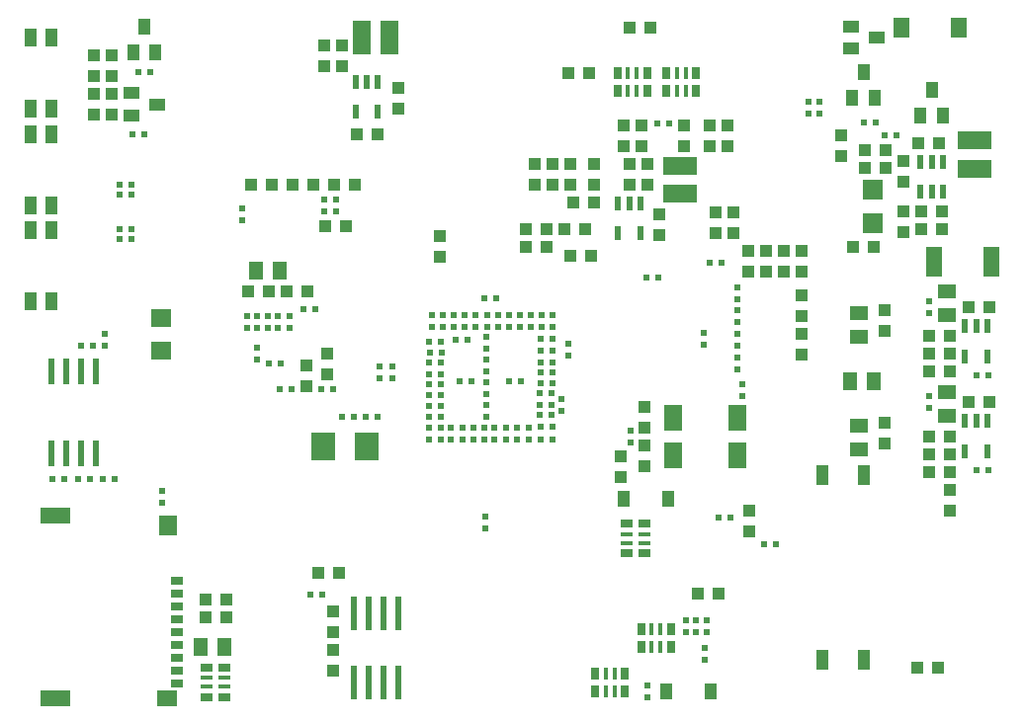
<source format=gbr>
G75*
G70*
%OFA0B0*%
%FSLAX24Y24*%
%IPPOS*%
%LPD*%
%AMOC8*
5,1,8,0,0,1.08239X$1,22.5*
%
%ADD10R,0.0240X0.0230*%
%ADD11R,0.0230X0.0240*%
%ADD12R,0.0500X0.0600*%
%ADD13R,0.0400X0.0400*%
%ADD14R,0.0400X0.0150*%
%ADD15R,0.0400X0.0250*%
%ADD16R,0.0217X0.0472*%
%ADD17R,0.0630X0.1181*%
%ADD18R,0.0394X0.0551*%
%ADD19R,0.0600X0.0500*%
%ADD20R,0.1181X0.0630*%
%ADD21R,0.0700X0.0650*%
%ADD22R,0.0571X0.0709*%
%ADD23R,0.0571X0.1024*%
%ADD24R,0.0240X0.1150*%
%ADD25R,0.0709X0.0630*%
%ADD26R,0.0150X0.0400*%
%ADD27R,0.0250X0.0400*%
%ADD28R,0.0827X0.0945*%
%ADD29R,0.0400X0.0600*%
%ADD30R,0.0551X0.0394*%
%ADD31R,0.0984X0.0531*%
%ADD32R,0.0610X0.0689*%
%ADD33R,0.0669X0.0531*%
%ADD34R,0.0437X0.0276*%
%ADD35R,0.0630X0.0866*%
%ADD36R,0.0400X0.0700*%
%ADD37R,0.0236X0.0866*%
D10*
X015804Y013382D03*
X016204Y013382D03*
X019784Y018632D03*
X019784Y019012D03*
X019784Y019372D03*
X019784Y019752D03*
X019784Y020132D03*
X019784Y020482D03*
X019784Y020832D03*
X019784Y021212D03*
X019844Y021562D03*
X019784Y021912D03*
X020184Y021912D03*
X020244Y021562D03*
X020184Y021212D03*
X020184Y020832D03*
X020184Y020482D03*
X020184Y020132D03*
X020184Y019752D03*
X020184Y019372D03*
X020184Y019012D03*
X020184Y018632D03*
X020834Y020582D03*
X021234Y020582D03*
X022514Y020582D03*
X022914Y020582D03*
X023564Y020522D03*
X023564Y020872D03*
X023564Y021222D03*
X023564Y021612D03*
X023564Y022012D03*
X023964Y022012D03*
X023964Y021612D03*
X023964Y021222D03*
X023964Y020872D03*
X023964Y020522D03*
X023924Y020172D03*
X023924Y019792D03*
X023924Y019442D03*
X023964Y019052D03*
X023564Y019052D03*
X023524Y019442D03*
X023524Y019792D03*
X023524Y020172D03*
X023564Y018632D03*
X023964Y018632D03*
X021104Y021982D03*
X020704Y021982D03*
X021674Y023392D03*
X022074Y023392D03*
X018054Y019382D03*
X017654Y019382D03*
X017254Y019382D03*
X016854Y019382D03*
X016554Y020332D03*
X016154Y020332D03*
X015174Y020332D03*
X014774Y020332D03*
X014804Y021182D03*
X014404Y021182D03*
X015554Y023032D03*
X015954Y023032D03*
X016254Y026332D03*
X016254Y026732D03*
X016654Y026732D03*
X016654Y026332D03*
X010204Y028932D03*
X009804Y028932D03*
X009754Y027232D03*
X009754Y026882D03*
X009354Y026882D03*
X009354Y027232D03*
X009354Y025732D03*
X009354Y025382D03*
X009754Y025382D03*
X009754Y025732D03*
X008454Y021782D03*
X008054Y021782D03*
X007954Y017282D03*
X008354Y017282D03*
X008804Y017282D03*
X009204Y017282D03*
X007504Y017282D03*
X007104Y017282D03*
X010004Y031032D03*
X010404Y031032D03*
X027129Y024082D03*
X027529Y024082D03*
X029279Y024582D03*
X029679Y024582D03*
X027904Y029282D03*
X027504Y029282D03*
X034454Y029332D03*
X034854Y029332D03*
X035154Y028882D03*
X035554Y028882D03*
X038254Y020782D03*
X038654Y020782D03*
X038654Y017582D03*
X038254Y017582D03*
X031504Y015082D03*
X031104Y015082D03*
X029954Y015982D03*
X029554Y015982D03*
D11*
X026604Y018532D03*
X026604Y018932D03*
X024279Y019582D03*
X024279Y019982D03*
X023154Y019032D03*
X022774Y019032D03*
X022394Y019032D03*
X022014Y019032D03*
X021659Y019032D03*
X021304Y019032D03*
X020924Y019032D03*
X020544Y019032D03*
X020544Y018632D03*
X020924Y018632D03*
X021304Y018632D03*
X021659Y018632D03*
X022014Y018632D03*
X022394Y018632D03*
X022774Y018632D03*
X023154Y018632D03*
X021724Y019392D03*
X021724Y019792D03*
X021724Y020152D03*
X021724Y020552D03*
X021724Y020912D03*
X021724Y021312D03*
X021724Y021672D03*
X021724Y022072D03*
X021754Y022432D03*
X022124Y022412D03*
X022494Y022412D03*
X022864Y022412D03*
X023234Y022412D03*
X023604Y022412D03*
X023974Y022412D03*
X023974Y022812D03*
X023604Y022812D03*
X023234Y022812D03*
X022864Y022812D03*
X022494Y022812D03*
X022124Y022812D03*
X021754Y022832D03*
X021374Y022812D03*
X021004Y022812D03*
X020634Y022812D03*
X020264Y022812D03*
X019894Y022812D03*
X019894Y022412D03*
X020264Y022412D03*
X020634Y022412D03*
X021004Y022412D03*
X021374Y022412D03*
X018564Y021078D03*
X018564Y020678D03*
X018131Y020678D03*
X018131Y021078D03*
X015104Y022382D03*
X015104Y022782D03*
X014704Y022782D03*
X014354Y022782D03*
X014004Y022782D03*
X013654Y022782D03*
X013654Y022382D03*
X014004Y022382D03*
X014354Y022382D03*
X014704Y022382D03*
X014004Y021732D03*
X014004Y021332D03*
X013504Y026032D03*
X013504Y026432D03*
X008854Y022182D03*
X008854Y021782D03*
X010804Y016882D03*
X010804Y016482D03*
X021704Y016032D03*
X021704Y015632D03*
X027154Y010332D03*
X027154Y009932D03*
X029104Y011182D03*
X029104Y011582D03*
X029154Y012132D03*
X028804Y012132D03*
X028454Y012132D03*
X028454Y012532D03*
X028804Y012532D03*
X029154Y012532D03*
X036654Y019682D03*
X036654Y020082D03*
X036654Y022882D03*
X036654Y023282D03*
X030204Y023357D03*
X030204Y022982D03*
X030204Y022582D03*
X030204Y022182D03*
X030204Y021782D03*
X030204Y021382D03*
X030204Y020982D03*
X030354Y020482D03*
X030354Y020082D03*
X029054Y021832D03*
X029054Y022232D03*
X030204Y023757D03*
X024504Y021857D03*
X024504Y021457D03*
X032604Y029632D03*
X032954Y029632D03*
X032954Y030032D03*
X032604Y030032D03*
D12*
X034004Y020582D03*
X034804Y020582D03*
X014754Y024332D03*
X013954Y024332D03*
X012904Y011632D03*
X012104Y011632D03*
D13*
X012254Y012632D03*
X012254Y013232D03*
X012954Y013232D03*
X012954Y012632D03*
X016054Y014132D03*
X016754Y014132D03*
X016554Y012832D03*
X016554Y012132D03*
X016554Y011532D03*
X016554Y010832D03*
X026254Y017357D03*
X026254Y018057D03*
X027079Y017732D03*
X027079Y018432D03*
X027079Y019032D03*
X027079Y019732D03*
X030604Y016232D03*
X030604Y015532D03*
X029554Y013432D03*
X028854Y013432D03*
X035154Y018482D03*
X035154Y019182D03*
X036654Y018732D03*
X036654Y018132D03*
X036654Y017532D03*
X037354Y017532D03*
X037354Y016932D03*
X037354Y016232D03*
X037354Y018132D03*
X037354Y018732D03*
X038004Y019882D03*
X038704Y019882D03*
X037354Y020932D03*
X037354Y021532D03*
X037354Y022132D03*
X036654Y022132D03*
X036654Y021532D03*
X036654Y020932D03*
X035154Y022282D03*
X035154Y022982D03*
X034804Y025132D03*
X034104Y025132D03*
X035804Y025632D03*
X036404Y025732D03*
X037104Y025732D03*
X037104Y026332D03*
X036404Y026332D03*
X035804Y026332D03*
X035804Y027332D03*
X035804Y028032D03*
X035204Y027782D03*
X035204Y028382D03*
X034504Y028382D03*
X034504Y027782D03*
X033704Y028182D03*
X033704Y028882D03*
X036304Y028632D03*
X037004Y028632D03*
X032354Y024982D03*
X031754Y024982D03*
X031154Y024982D03*
X030554Y024982D03*
X030054Y025582D03*
X029454Y025582D03*
X029454Y026282D03*
X030054Y026282D03*
X030554Y024282D03*
X031154Y024282D03*
X031754Y024282D03*
X032354Y024282D03*
X032354Y023482D03*
X032354Y022782D03*
X032354Y022182D03*
X032354Y021482D03*
X027554Y025532D03*
X027554Y026232D03*
X027154Y027232D03*
X026554Y027232D03*
X026554Y027932D03*
X027154Y027932D03*
X026954Y028532D03*
X026354Y028532D03*
X026354Y029232D03*
X026954Y029232D03*
X028404Y029232D03*
X028404Y028532D03*
X029254Y028532D03*
X029854Y028532D03*
X029854Y029232D03*
X029254Y029232D03*
X027254Y032532D03*
X026554Y032532D03*
X025204Y030982D03*
X024504Y030982D03*
X024554Y027932D03*
X025354Y027932D03*
X025354Y027232D03*
X025354Y026632D03*
X024654Y026632D03*
X024554Y027232D03*
X023954Y027232D03*
X023354Y027232D03*
X023354Y027932D03*
X023954Y027932D03*
X023754Y025732D03*
X024354Y025732D03*
X023754Y025132D03*
X023054Y025132D03*
X023054Y025732D03*
X024554Y024832D03*
X025254Y024832D03*
X025054Y025732D03*
X020154Y025482D03*
X020154Y024782D03*
X017304Y027232D03*
X016604Y027232D03*
X015904Y027232D03*
X015204Y027232D03*
X014504Y027232D03*
X013804Y027232D03*
X016304Y025832D03*
X017004Y025832D03*
X015704Y023632D03*
X015004Y023632D03*
X014404Y023632D03*
X013704Y023632D03*
X015654Y021132D03*
X015654Y020432D03*
X016354Y020832D03*
X016354Y021532D03*
X017354Y028932D03*
X018054Y028932D03*
X018754Y029782D03*
X018754Y030482D03*
X016854Y031232D03*
X016254Y031232D03*
X016254Y031932D03*
X016854Y031932D03*
X009104Y031582D03*
X008504Y031582D03*
X008504Y030882D03*
X008504Y030282D03*
X009104Y030282D03*
X009104Y030882D03*
X009104Y029582D03*
X008504Y029582D03*
X036254Y010932D03*
X036954Y010932D03*
X038004Y023082D03*
X038704Y023082D03*
D14*
X027054Y015432D03*
X027054Y015132D03*
X026454Y015132D03*
X026454Y015432D03*
X012904Y010582D03*
X012904Y010282D03*
X012304Y010282D03*
X012304Y010582D03*
D15*
X012304Y010932D03*
X012904Y010932D03*
X012904Y009932D03*
X012304Y009932D03*
X026454Y014782D03*
X027054Y014782D03*
X027054Y015782D03*
X026454Y015782D03*
D16*
X026180Y025570D03*
X026928Y025570D03*
X026928Y026594D03*
X026554Y026594D03*
X026180Y026594D03*
X018078Y029670D03*
X017330Y029670D03*
X017330Y030694D03*
X017704Y030694D03*
X018078Y030694D03*
X036380Y027994D03*
X036754Y027994D03*
X037128Y027994D03*
X037128Y026970D03*
X036754Y026970D03*
X036380Y026970D03*
X037880Y022444D03*
X038254Y022444D03*
X038628Y022444D03*
X038628Y021420D03*
X037880Y021420D03*
X037880Y019244D03*
X038254Y019244D03*
X038628Y019244D03*
X038628Y018220D03*
X037880Y018220D03*
D17*
X018477Y032182D03*
X017532Y032182D03*
D18*
X010578Y031699D03*
X009830Y031699D03*
X010204Y032565D03*
X026356Y016632D03*
X027852Y016632D03*
X027806Y010132D03*
X029302Y010132D03*
X036380Y029549D03*
X037128Y029549D03*
X036754Y030415D03*
X034828Y030149D03*
X034080Y030149D03*
X034454Y031015D03*
D19*
X037254Y023632D03*
X037254Y022832D03*
X037254Y020232D03*
X037254Y019432D03*
X034304Y019082D03*
X034304Y018282D03*
X034304Y022082D03*
X034304Y022882D03*
D20*
X038204Y027759D03*
X038204Y028704D03*
X028254Y027854D03*
X028254Y026909D03*
D21*
X034754Y027057D03*
X034754Y025907D03*
D22*
X035742Y032532D03*
X037667Y032532D03*
D23*
X036842Y024632D03*
X038767Y024632D03*
D24*
X018754Y012755D03*
X018254Y012755D03*
X017754Y012755D03*
X017254Y012755D03*
X017254Y010408D03*
X017754Y010408D03*
X018254Y010408D03*
X018754Y010408D03*
D25*
X010754Y021630D03*
X010754Y022733D03*
D26*
X025754Y010732D03*
X026054Y010732D03*
X026054Y010132D03*
X025754Y010132D03*
X027304Y011632D03*
X027604Y011632D03*
X027604Y012232D03*
X027304Y012232D03*
X026804Y030382D03*
X026504Y030382D03*
X026504Y030982D03*
X026804Y030982D03*
X028154Y030982D03*
X028454Y030982D03*
X028454Y030382D03*
X028154Y030382D03*
D27*
X027804Y030382D03*
X027804Y030982D03*
X027154Y030982D03*
X027154Y030382D03*
X026154Y030382D03*
X026154Y030982D03*
X028804Y030982D03*
X028804Y030382D03*
X027954Y012232D03*
X027954Y011632D03*
X026954Y011632D03*
X026954Y012232D03*
X026404Y010732D03*
X026404Y010132D03*
X025404Y010132D03*
X025404Y010732D03*
D28*
X017683Y018382D03*
X016226Y018382D03*
D29*
X007054Y023282D03*
X006354Y023282D03*
X006354Y025682D03*
X007054Y025682D03*
X007054Y026532D03*
X006354Y026532D03*
X006354Y028932D03*
X007054Y028932D03*
X007054Y029782D03*
X006354Y029782D03*
X006354Y032182D03*
X007054Y032182D03*
D30*
X009771Y030306D03*
X009771Y029558D03*
X010637Y029932D03*
X034021Y031808D03*
X034021Y032556D03*
X034887Y032182D03*
D31*
X007182Y009900D03*
X007182Y016061D03*
D32*
X010991Y015707D03*
D33*
X010962Y009900D03*
D34*
X011304Y010402D03*
X011304Y010835D03*
X011304Y011268D03*
X011304Y011701D03*
X011304Y012134D03*
X011304Y012567D03*
X011304Y013000D03*
X011304Y013433D03*
X011304Y013866D03*
D35*
X028022Y018102D03*
X028022Y019362D03*
X030187Y019362D03*
X030187Y018102D03*
D36*
X033054Y017432D03*
X034454Y017432D03*
X034454Y011182D03*
X033054Y011182D03*
D37*
X008554Y018154D03*
X008054Y018154D03*
X007554Y018154D03*
X007054Y018154D03*
X007054Y020910D03*
X007554Y020910D03*
X008054Y020910D03*
X008554Y020910D03*
M02*

</source>
